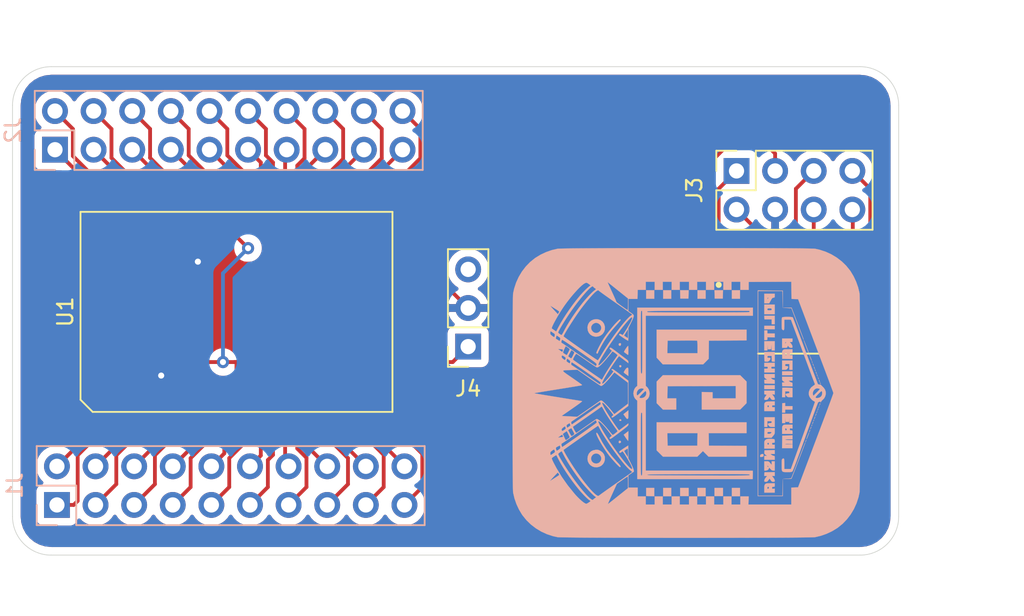
<source format=kicad_pcb>
(kicad_pcb (version 20171130) (host pcbnew "(5.1.8)-1")
  (layers (0 F.Cu signal) (31 B.Cu signal) (34 B.Paste user) (35 F.Paste user) (36 B.SilkS user) (37 F.SilkS user) (38 B.Mask user hide) (39 F.Mask user) (44 Edge.Cuts user))
  (net 0 "")
  (net 1 "Net-(J1-Pad20)")
  (net 2 "Net-(J1-Pad19)")
  (net 3 "Net-(J1-Pad18)")
  (net 4 "Net-(J1-Pad17)")
  (net 5 "Net-(J1-Pad16)")
  (net 6 "Net-(J1-Pad15)")
  (net 7 "Net-(J1-Pad14)")
  (net 8 "Net-(J1-Pad13)")
  (net 9 "Net-(J1-Pad12)")
  (net 10 "Net-(J1-Pad11)")
  (net 11 "Net-(J1-Pad10)")
  (net 12 "Net-(J1-Pad9)")
  (net 13 "Net-(J1-Pad8)")
  (net 14 "Net-(J1-Pad7)")
  (net 15 "Net-(J1-Pad6)")
  (net 16 "Net-(J1-Pad5)")
  (net 17 "Net-(J1-Pad4)")
  (net 18 "Net-(J1-Pad3)")
  (net 19 "Net-(J1-Pad2)")
  (net 20 "Net-(J1-Pad1)")
  (net 21 "Net-(J2-Pad20)")
  (net 22 "Net-(J2-Pad19)")
  (net 23 "Net-(J2-Pad18)")
  (net 24 "Net-(J2-Pad17)")
  (net 25 "Net-(J2-Pad16)")
  (net 26 "Net-(J2-Pad15)")
  (net 27 "Net-(J2-Pad14)")
  (net 28 "Net-(J2-Pad13)")
  (net 29 "Net-(J2-Pad12)")
  (net 30 "Net-(J2-Pad11)")
  (net 31 "Net-(J2-Pad10)")
  (net 32 "Net-(J2-Pad9)")
  (net 33 "Net-(J2-Pad8)")
  (net 34 "Net-(J2-Pad7)")
  (net 35 "Net-(J2-Pad6)")
  (net 36 "Net-(J2-Pad5)")
  (net 37 "Net-(J2-Pad4)")
  (net 38 "Net-(J2-Pad3)")
  (net 39 "Net-(J2-Pad2)")
  (net 40 "Net-(J2-Pad1)")
  (net 41 "Net-(J3-Pad8)")
  (net 42 "Net-(J3-Pad7)")
  (net 43 "Net-(J3-Pad6)")
  (net 44 "Net-(J3-Pad5)")
  (net 45 "Net-(J3-Pad3)")
  (net 46 "Net-(J3-Pad2)")
  (net 47 "Net-(J3-Pad1)")
  (net 48 "Net-(J4-Pad3)")
  (net 49 "Net-(J4-Pad1)")
  (net 50 GND)
  (module PGR_logo:logo (layer B.Cu) (at 232.41 121.412 270)
    (fp_text reference G*** hide)
    (fp_text value LOGO hide)
  )
  (module Connector_PinSocket_2.54mm:PinSocket_2x04_P2.54mm_Vertical (layer F.Cu) (at 235.712 106.807 90)
    (fp_text reference J3 (at -1.27 -2.77 90) (layer F.SilkS))
    (fp_text value Conn_02x04_Counter_Clockwise)
    (pad 8 thru_hole oval (at -2.54 7.62 90) (size 1.7 1.7) (drill 1) (layers *.Cu *.Mask) (net 41 "Net-(J3-Pad8)"))
    (pad 7 thru_hole oval (at 0 7.62 90) (size 1.7 1.7) (drill 1) (layers *.Cu *.Mask) (net 42 "Net-(J3-Pad7)"))
    (pad 6 thru_hole oval (at -2.54 5.08 90) (size 1.7 1.7) (drill 1) (layers *.Cu *.Mask) (net 43 "Net-(J3-Pad6)"))
    (pad 5 thru_hole oval (at 0 5.08 90) (size 1.7 1.7) (drill 1) (layers *.Cu *.Mask) (net 44 "Net-(J3-Pad5)"))
    (pad 4 thru_hole oval (at -2.54 2.54 90) (size 1.7 1.7) (drill 1) (layers *.Cu *.Mask) (net 50 GND))
    (pad 3 thru_hole oval (at 0 2.54 90) (size 1.7 1.7) (drill 1) (layers *.Cu *.Mask) (net 45 "Net-(J3-Pad3)"))
    (pad 2 thru_hole oval (at -2.54 0 90) (size 1.7 1.7) (drill 1) (layers *.Cu *.Mask) (net 46 "Net-(J3-Pad2)"))
    (pad 1 thru_hole rect (at 0 0 90) (size 1.7 1.7) (drill 1) (layers *.Cu *.Mask) (net 47 "Net-(J3-Pad1)"))
  )
  (module AS4C1M16S-6TCN:TSOP-II-50 (layer F.Cu) (at 202.819 116.078)
    (fp_text reference U1 (at -11.26 0 90) (layer F.SilkS))
    (fp_text value AS4C1M16S-6TCN)
    (pad 25 smd rect (at 9.6 5.68) (size 0.32 0.8) (layers F.Cu F.Paste F.Mask) (net 49 "Net-(J4-Pad1)"))
    (pad 26 smd rect (at 9.6 -5.68) (size 0.32 0.8) (layers F.Cu F.Paste F.Mask) (net 50 GND))
    (pad 24 smd rect (at 8.8 5.68) (size 0.32 0.8) (layers F.Cu F.Paste F.Mask) (net 2 "Net-(J1-Pad19)"))
    (pad 27 smd rect (at 8.8 -5.68) (size 0.32 0.8) (layers F.Cu F.Paste F.Mask) (net 21 "Net-(J2-Pad20)"))
    (pad 23 smd rect (at 8 5.68) (size 0.32 0.8) (layers F.Cu F.Paste F.Mask) (net 1 "Net-(J1-Pad20)"))
    (pad 28 smd rect (at 8 -5.68) (size 0.32 0.8) (layers F.Cu F.Paste F.Mask) (net 22 "Net-(J2-Pad19)"))
    (pad 22 smd rect (at 7.2 5.68) (size 0.32 0.8) (layers F.Cu F.Paste F.Mask) (net 4 "Net-(J1-Pad17)"))
    (pad 29 smd rect (at 7.2 -5.68) (size 0.32 0.8) (layers F.Cu F.Paste F.Mask) (net 23 "Net-(J2-Pad18)"))
    (pad 21 smd rect (at 6.4 5.68) (size 0.32 0.8) (layers F.Cu F.Paste F.Mask) (net 3 "Net-(J1-Pad18)"))
    (pad 30 smd rect (at 6.4 -5.68) (size 0.32 0.8) (layers F.Cu F.Paste F.Mask) (net 24 "Net-(J2-Pad17)"))
    (pad 20 smd rect (at 5.6 5.68) (size 0.32 0.8) (layers F.Cu F.Paste F.Mask) (net 6 "Net-(J1-Pad15)"))
    (pad 31 smd rect (at 5.6 -5.68) (size 0.32 0.8) (layers F.Cu F.Paste F.Mask) (net 25 "Net-(J2-Pad16)"))
    (pad 19 smd rect (at 4.8 5.68) (size 0.32 0.8) (layers F.Cu F.Paste F.Mask) (net 5 "Net-(J1-Pad16)"))
    (pad 32 smd rect (at 4.8 -5.68) (size 0.32 0.8) (layers F.Cu F.Paste F.Mask) (net 26 "Net-(J2-Pad15)"))
    (pad 18 smd rect (at 4 5.68) (size 0.32 0.8) (layers F.Cu F.Paste F.Mask) (net 8 "Net-(J1-Pad13)"))
    (pad 33 smd rect (at 4 -5.68) (size 0.32 0.8) (layers F.Cu F.Paste F.Mask) (net 27 "Net-(J2-Pad14)"))
    (pad 17 smd rect (at 3.2 5.68) (size 0.32 0.8) (layers F.Cu F.Paste F.Mask) (net 7 "Net-(J1-Pad14)"))
    (pad 34 smd rect (at 3.2 -5.68) (size 0.32 0.8) (layers F.Cu F.Paste F.Mask) (net 28 "Net-(J2-Pad13)"))
    (pad 16 smd rect (at 2.4 5.68) (size 0.32 0.8) (layers F.Cu F.Paste F.Mask) (net 10 "Net-(J1-Pad11)"))
    (pad 35 smd rect (at 2.4 -5.68) (size 0.32 0.8) (layers F.Cu F.Paste F.Mask) (net 29 "Net-(J2-Pad12)"))
    (pad 15 smd rect (at 1.6 5.68) (size 0.32 0.8) (layers F.Cu F.Paste F.Mask) (net 9 "Net-(J1-Pad12)"))
    (pad 36 smd rect (at 1.6 -5.68) (size 0.32 0.8) (layers F.Cu F.Paste F.Mask) (net 30 "Net-(J2-Pad11)"))
    (pad 14 smd rect (at 0.8 5.68) (size 0.32 0.8) (layers F.Cu F.Paste F.Mask) (net 12 "Net-(J1-Pad9)"))
    (pad 37 smd rect (at 0.8 -5.68) (size 0.32 0.8) (layers F.Cu F.Paste F.Mask) (net 31 "Net-(J2-Pad10)"))
    (pad 13 smd rect (at 0 5.68) (size 0.32 0.8) (layers F.Cu F.Paste F.Mask) (net 49 "Net-(J4-Pad1)"))
    (pad 38 smd rect (at 0 -5.68) (size 0.32 0.8) (layers F.Cu F.Paste F.Mask) (net 49 "Net-(J4-Pad1)"))
    (pad 12 smd rect (at -0.8 5.68) (size 0.32 0.8) (layers F.Cu F.Paste F.Mask) (net 11 "Net-(J1-Pad10)"))
    (pad 39 smd rect (at -0.8 -5.68) (size 0.32 0.8) (layers F.Cu F.Paste F.Mask) (net 32 "Net-(J2-Pad9)"))
    (pad 11 smd rect (at -1.6 5.68) (size 0.32 0.8) (layers F.Cu F.Paste F.Mask) (net 14 "Net-(J1-Pad7)"))
    (pad 40 smd rect (at -1.6 -5.68) (size 0.32 0.8) (layers F.Cu F.Paste F.Mask) (net 33 "Net-(J2-Pad8)"))
    (pad 10 smd rect (at -2.4 5.68) (size 0.32 0.8) (layers F.Cu F.Paste F.Mask) (net 50 GND))
    (pad 41 smd rect (at -2.4 -5.68) (size 0.32 0.8) (layers F.Cu F.Paste F.Mask) (net 50 GND))
    (pad 9 smd rect (at -3.2 5.68) (size 0.32 0.8) (layers F.Cu F.Paste F.Mask) (net 13 "Net-(J1-Pad8)"))
    (pad 42 smd rect (at -3.2 -5.68) (size 0.32 0.8) (layers F.Cu F.Paste F.Mask) (net 34 "Net-(J2-Pad7)"))
    (pad 8 smd rect (at -4 5.68) (size 0.32 0.8) (layers F.Cu F.Paste F.Mask) (net 16 "Net-(J1-Pad5)"))
    (pad 43 smd rect (at -4 -5.68) (size 0.32 0.8) (layers F.Cu F.Paste F.Mask) (net 35 "Net-(J2-Pad6)"))
    (pad 7 smd rect (at -4.8 5.68) (size 0.32 0.8) (layers F.Cu F.Paste F.Mask) (net 15 "Net-(J1-Pad6)"))
    (pad 44 smd rect (at -4.8 -5.68) (size 0.32 0.8) (layers F.Cu F.Paste F.Mask) (net 36 "Net-(J2-Pad5)"))
    (pad 6 smd rect (at -5.6 5.68) (size 0.32 0.8) (layers F.Cu F.Paste F.Mask) (net 18 "Net-(J1-Pad3)"))
    (pad 45 smd rect (at -5.6 -5.68) (size 0.32 0.8) (layers F.Cu F.Paste F.Mask) (net 37 "Net-(J2-Pad4)"))
    (pad 5 smd rect (at -6.4 5.68) (size 0.32 0.8) (layers F.Cu F.Paste F.Mask) (net 17 "Net-(J1-Pad4)"))
    (pad 46 smd rect (at -6.4 -5.68) (size 0.32 0.8) (layers F.Cu F.Paste F.Mask) (net 38 "Net-(J2-Pad3)"))
    (pad 4 smd rect (at -7.2 5.68) (size 0.32 0.8) (layers F.Cu F.Paste F.Mask) (net 50 GND))
    (pad 47 smd rect (at -7.2 -5.68) (size 0.32 0.8) (layers F.Cu F.Paste F.Mask) (net 50 GND))
    (pad 3 smd rect (at -8 5.68) (size 0.32 0.8) (layers F.Cu F.Paste F.Mask) (net 20 "Net-(J1-Pad1)"))
    (pad 48 smd rect (at -8 -5.68) (size 0.32 0.8) (layers F.Cu F.Paste F.Mask) (net 39 "Net-(J2-Pad2)"))
    (pad 2 smd rect (at -8.8 5.68) (size 0.32 0.8) (layers F.Cu F.Paste F.Mask) (net 19 "Net-(J1-Pad2)"))
    (pad 49 smd rect (at -8.8 -5.68) (size 0.32 0.8) (layers F.Cu F.Paste F.Mask) (net 40 "Net-(J2-Pad1)"))
    (pad 1 smd rect (at -9.6 5.68) (size 0.32 0.8) (layers F.Cu F.Paste F.Mask) (net 49 "Net-(J4-Pad1)"))
    (pad 50 smd rect (at -9.6 -5.68) (size 0.32 0.8) (layers F.Cu F.Paste F.Mask) (net 50 GND))
  )
  (module Connector_PinSocket_2.54mm:PinSocket_1x03_P2.54mm_Vertical (layer F.Cu) (at 218.059 118.364 180)
    (fp_text reference J4 (at 0 -2.77) (layer F.SilkS))
    (fp_text value Conn_01x03_Male)
    (pad 3 thru_hole oval (at 0 5.08 180) (size 1.7 1.7) (drill 1) (layers *.Cu *.Mask) (net 48 "Net-(J4-Pad3)"))
    (pad 2 thru_hole oval (at 0 2.54 180) (size 1.7 1.7) (drill 1) (layers *.Cu *.Mask) (net 50 GND))
    (pad 1 thru_hole rect (at 0 0 180) (size 1.7 1.7) (drill 1) (layers *.Cu *.Mask) (net 49 "Net-(J4-Pad1)"))
  )
  (module Connector_PinSocket_2.54mm:PinSocket_2x10_P2.54mm_Vertical (layer B.Cu) (at 190.881 105.41 270)
    (fp_text reference J2 (at -1.27 2.77 270) (layer B.SilkS) (effects (justify mirror)))
    (fp_text value Conn_02x10_Odd_Even)
    (pad 20 thru_hole oval (at -2.54 -22.86 270) (size 1.7 1.7) (drill 1) (layers *.Cu *.Mask) (net 21 "Net-(J2-Pad20)"))
    (pad 19 thru_hole oval (at 0 -22.86 270) (size 1.7 1.7) (drill 1) (layers *.Cu *.Mask) (net 22 "Net-(J2-Pad19)"))
    (pad 18 thru_hole oval (at -2.54 -20.32 270) (size 1.7 1.7) (drill 1) (layers *.Cu *.Mask) (net 23 "Net-(J2-Pad18)"))
    (pad 17 thru_hole oval (at 0 -20.32 270) (size 1.7 1.7) (drill 1) (layers *.Cu *.Mask) (net 24 "Net-(J2-Pad17)"))
    (pad 16 thru_hole oval (at -2.54 -17.78 270) (size 1.7 1.7) (drill 1) (layers *.Cu *.Mask) (net 25 "Net-(J2-Pad16)"))
    (pad 15 thru_hole oval (at 0 -17.78 270) (size 1.7 1.7) (drill 1) (layers *.Cu *.Mask) (net 26 "Net-(J2-Pad15)"))
    (pad 14 thru_hole oval (at -2.54 -15.24 270) (size 1.7 1.7) (drill 1) (layers *.Cu *.Mask) (net 27 "Net-(J2-Pad14)"))
    (pad 13 thru_hole oval (at 0 -15.24 270) (size 1.7 1.7) (drill 1) (layers *.Cu *.Mask) (net 28 "Net-(J2-Pad13)"))
    (pad 12 thru_hole oval (at -2.54 -12.7 270) (size 1.7 1.7) (drill 1) (layers *.Cu *.Mask) (net 29 "Net-(J2-Pad12)"))
    (pad 11 thru_hole oval (at 0 -12.7 270) (size 1.7 1.7) (drill 1) (layers *.Cu *.Mask) (net 30 "Net-(J2-Pad11)"))
    (pad 10 thru_hole oval (at -2.54 -10.16 270) (size 1.7 1.7) (drill 1) (layers *.Cu *.Mask) (net 31 "Net-(J2-Pad10)"))
    (pad 9 thru_hole oval (at 0 -10.16 270) (size 1.7 1.7) (drill 1) (layers *.Cu *.Mask) (net 32 "Net-(J2-Pad9)"))
    (pad 8 thru_hole oval (at -2.54 -7.62 270) (size 1.7 1.7) (drill 1) (layers *.Cu *.Mask) (net 33 "Net-(J2-Pad8)"))
    (pad 7 thru_hole oval (at 0 -7.62 270) (size 1.7 1.7) (drill 1) (layers *.Cu *.Mask) (net 34 "Net-(J2-Pad7)"))
    (pad 6 thru_hole oval (at -2.54 -5.08 270) (size 1.7 1.7) (drill 1) (layers *.Cu *.Mask) (net 35 "Net-(J2-Pad6)"))
    (pad 5 thru_hole oval (at 0 -5.08 270) (size 1.7 1.7) (drill 1) (layers *.Cu *.Mask) (net 36 "Net-(J2-Pad5)"))
    (pad 4 thru_hole oval (at -2.54 -2.54 270) (size 1.7 1.7) (drill 1) (layers *.Cu *.Mask) (net 37 "Net-(J2-Pad4)"))
    (pad 3 thru_hole oval (at 0 -2.54 270) (size 1.7 1.7) (drill 1) (layers *.Cu *.Mask) (net 38 "Net-(J2-Pad3)"))
    (pad 2 thru_hole oval (at -2.54 0 270) (size 1.7 1.7) (drill 1) (layers *.Cu *.Mask) (net 39 "Net-(J2-Pad2)"))
    (pad 1 thru_hole rect (at 0 0 270) (size 1.7 1.7) (drill 1) (layers *.Cu *.Mask) (net 40 "Net-(J2-Pad1)"))
  )
  (module Connector_PinSocket_2.54mm:PinSocket_2x10_P2.54mm_Vertical (layer B.Cu) (at 191.008 128.778 270)
    (fp_text reference J1 (at -1.27 2.77 270) (layer B.SilkS) (effects (justify mirror)))
    (fp_text value Conn_02x10_Odd_Even)
    (pad 20 thru_hole oval (at -2.54 -22.86 270) (size 1.7 1.7) (drill 1) (layers *.Cu *.Mask) (net 1 "Net-(J1-Pad20)"))
    (pad 19 thru_hole oval (at 0 -22.86 270) (size 1.7 1.7) (drill 1) (layers *.Cu *.Mask) (net 2 "Net-(J1-Pad19)"))
    (pad 18 thru_hole oval (at -2.54 -20.32 270) (size 1.7 1.7) (drill 1) (layers *.Cu *.Mask) (net 3 "Net-(J1-Pad18)"))
    (pad 17 thru_hole oval (at 0 -20.32 270) (size 1.7 1.7) (drill 1) (layers *.Cu *.Mask) (net 4 "Net-(J1-Pad17)"))
    (pad 16 thru_hole oval (at -2.54 -17.78 270) (size 1.7 1.7) (drill 1) (layers *.Cu *.Mask) (net 5 "Net-(J1-Pad16)"))
    (pad 15 thru_hole oval (at 0 -17.78 270) (size 1.7 1.7) (drill 1) (layers *.Cu *.Mask) (net 6 "Net-(J1-Pad15)"))
    (pad 14 thru_hole oval (at -2.54 -15.24 270) (size 1.7 1.7) (drill 1) (layers *.Cu *.Mask) (net 7 "Net-(J1-Pad14)"))
    (pad 13 thru_hole oval (at 0 -15.24 270) (size 1.7 1.7) (drill 1) (layers *.Cu *.Mask) (net 8 "Net-(J1-Pad13)"))
    (pad 12 thru_hole oval (at -2.54 -12.7 270) (size 1.7 1.7) (drill 1) (layers *.Cu *.Mask) (net 9 "Net-(J1-Pad12)"))
    (pad 11 thru_hole oval (at 0 -12.7 270) (size 1.7 1.7) (drill 1) (layers *.Cu *.Mask) (net 10 "Net-(J1-Pad11)"))
    (pad 10 thru_hole oval (at -2.54 -10.16 270) (size 1.7 1.7) (drill 1) (layers *.Cu *.Mask) (net 11 "Net-(J1-Pad10)"))
    (pad 9 thru_hole oval (at 0 -10.16 270) (size 1.7 1.7) (drill 1) (layers *.Cu *.Mask) (net 12 "Net-(J1-Pad9)"))
    (pad 8 thru_hole oval (at -2.54 -7.62 270) (size 1.7 1.7) (drill 1) (layers *.Cu *.Mask) (net 13 "Net-(J1-Pad8)"))
    (pad 7 thru_hole oval (at 0 -7.62 270) (size 1.7 1.7) (drill 1) (layers *.Cu *.Mask) (net 14 "Net-(J1-Pad7)"))
    (pad 6 thru_hole oval (at -2.54 -5.08 270) (size 1.7 1.7) (drill 1) (layers *.Cu *.Mask) (net 15 "Net-(J1-Pad6)"))
    (pad 5 thru_hole oval (at 0 -5.08 270) (size 1.7 1.7) (drill 1) (layers *.Cu *.Mask) (net 16 "Net-(J1-Pad5)"))
    (pad 4 thru_hole oval (at -2.54 -2.54 270) (size 1.7 1.7) (drill 1) (layers *.Cu *.Mask) (net 17 "Net-(J1-Pad4)"))
    (pad 3 thru_hole oval (at 0 -2.54 270) (size 1.7 1.7) (drill 1) (layers *.Cu *.Mask) (net 18 "Net-(J1-Pad3)"))
    (pad 2 thru_hole oval (at -2.54 0 270) (size 1.7 1.7) (drill 1) (layers *.Cu *.Mask) (net 19 "Net-(J1-Pad2)"))
    (pad 1 thru_hole rect (at 0 0 270) (size 1.7 1.7) (drill 1) (layers *.Cu *.Mask) (net 20 "Net-(J1-Pad1)"))
  )
  (module AT25SF128A:SOIC127P790X216-8N (layer F.Cu) (at 239.776 116.205)
    (fp_text reference U2 (at -1.175 -3.585) (layer F.SilkS))
    (fp_text value AT25SF128A-SHB-T)
    (pad 8 smd roundrect (at 3.585 -1.905) (size 1.65 0.58) (layers F.Cu F.Paste F.Mask) (roundrect_rratio 0.07000000000000001) (net 41 "Net-(J3-Pad8)"))
    (pad 7 smd roundrect (at 3.585 -0.635) (size 1.65 0.58) (layers F.Cu F.Paste F.Mask) (roundrect_rratio 0.07000000000000001) (net 42 "Net-(J3-Pad7)"))
    (pad 6 smd roundrect (at 3.585 0.635) (size 1.65 0.58) (layers F.Cu F.Paste F.Mask) (roundrect_rratio 0.07000000000000001) (net 43 "Net-(J3-Pad6)"))
    (pad 5 smd roundrect (at 3.585 1.905) (size 1.65 0.58) (layers F.Cu F.Paste F.Mask) (roundrect_rratio 0.07000000000000001) (net 44 "Net-(J3-Pad5)"))
    (pad 4 smd roundrect (at -3.585 1.905) (size 1.65 0.58) (layers F.Cu F.Paste F.Mask) (roundrect_rratio 0.07000000000000001) (net 50 GND))
    (pad 3 smd roundrect (at -3.585 0.635) (size 1.65 0.58) (layers F.Cu F.Paste F.Mask) (roundrect_rratio 0.07000000000000001) (net 45 "Net-(J3-Pad3)"))
    (pad 2 smd roundrect (at -3.585 -0.635) (size 1.65 0.58) (layers F.Cu F.Paste F.Mask) (roundrect_rratio 0.07000000000000001) (net 46 "Net-(J3-Pad2)"))
    (pad 1 smd roundrect (at -3.585 -1.905) (size 1.65 0.58) (layers F.Cu F.Paste F.Mask) (roundrect_rratio 0.07000000000000001) (net 47 "Net-(J3-Pad1)"))
  )
  (gr_arc (start 190.627 129.54) (end 188.087 129.54) (angle -90) (layer Edge.Cuts) (width 0.05))
  (gr_arc (start 190.627 102.489) (end 190.627 99.949) (angle -90) (layer Edge.Cuts) (width 0.05))
  (gr_arc (start 243.84 129.54) (end 243.84 132.08) (angle -90) (layer Edge.Cuts) (width 0.05))
  (gr_arc (start 243.84 102.489) (end 246.38 102.489) (angle -90) (layer Edge.Cuts) (width 0.05))
  (gr_line (start 188.087 102.489) (end 188.087 129.54) (layer Edge.Cuts) (width 0.05))
  (gr_line (start 190.627 99.949) (end 243.84 99.949) (layer Edge.Cuts) (width 0.05))
  (gr_line (start 246.38 129.54) (end 246.38 102.489) (layer Edge.Cuts) (width 0.05))
  (gr_line (start 190.627 132.08) (end 243.84 132.08) (layer Edge.Cuts) (width 0.05))
  (segment (start 213.868 126.21259) (end 213.868 126.238) (width 0.25) (layer F.Cu) (net 1))
  (segment (start 210.819 123.16359) (end 213.868 126.21259) (width 0.25) (layer F.Cu) (net 1))
  (segment (start 210.819 121.758) (end 210.819 123.16359) (width 0.25) (layer F.Cu) (net 1))
  (segment (start 215.043001 127.602999) (end 213.868 128.778) (width 0.25) (layer F.Cu) (net 2))
  (segment (start 215.043001 125.422001) (end 215.043001 127.602999) (width 0.25) (layer F.Cu) (net 2))
  (segment (start 211.619 121.998) (end 215.043001 125.422001) (width 0.25) (layer F.Cu) (net 2))
  (segment (start 211.619 121.758) (end 211.619 121.998) (width 0.25) (layer F.Cu) (net 2))
  (segment (start 211.328 126.23659) (end 211.328 126.238) (width 0.25) (layer F.Cu) (net 3))
  (segment (start 209.219 124.12759) (end 211.328 126.23659) (width 0.25) (layer F.Cu) (net 3))
  (segment (start 209.219 121.758) (end 209.219 124.12759) (width 0.25) (layer F.Cu) (net 3))
  (segment (start 212.503001 127.602999) (end 211.328 128.778) (width 0.25) (layer F.Cu) (net 4))
  (segment (start 212.503001 125.484001) (end 212.503001 127.602999) (width 0.25) (layer F.Cu) (net 4))
  (segment (start 210.019 123) (end 212.503001 125.484001) (width 0.25) (layer F.Cu) (net 4))
  (segment (start 210.019 121.758) (end 210.019 123) (width 0.25) (layer F.Cu) (net 4))
  (segment (start 207.619 125.069) (end 208.788 126.238) (width 0.25) (layer F.Cu) (net 5))
  (segment (start 207.619 121.758) (end 207.619 125.069) (width 0.25) (layer F.Cu) (net 5))
  (segment (start 210.152999 127.413001) (end 208.788 128.778) (width 0.25) (layer F.Cu) (net 6))
  (segment (start 210.152999 125.697999) (end 210.152999 127.413001) (width 0.25) (layer F.Cu) (net 6))
  (segment (start 208.419 123.964) (end 210.152999 125.697999) (width 0.25) (layer F.Cu) (net 6))
  (segment (start 208.419 121.758) (end 208.419 123.964) (width 0.25) (layer F.Cu) (net 6))
  (segment (start 206.019 126.009) (end 206.248 126.238) (width 0.25) (layer F.Cu) (net 7))
  (segment (start 206.019 121.758) (end 206.019 126.009) (width 0.25) (layer F.Cu) (net 7))
  (segment (start 207.423001 127.602999) (end 206.248 128.778) (width 0.25) (layer F.Cu) (net 8))
  (segment (start 207.423001 125.673999) (end 207.423001 127.602999) (width 0.25) (layer F.Cu) (net 8))
  (segment (start 206.819 125.069998) (end 207.423001 125.673999) (width 0.25) (layer F.Cu) (net 8))
  (segment (start 206.819 121.758) (end 206.819 125.069998) (width 0.25) (layer F.Cu) (net 8))
  (segment (start 204.419 125.527) (end 204.419 121.758) (width 0.25) (layer F.Cu) (net 9))
  (segment (start 203.708 126.238) (end 204.419 125.527) (width 0.25) (layer F.Cu) (net 9))
  (segment (start 204.883001 127.602999) (end 203.708 128.778) (width 0.25) (layer F.Cu) (net 10))
  (segment (start 204.883001 125.824999) (end 204.883001 127.602999) (width 0.25) (layer F.Cu) (net 10))
  (segment (start 205.219 125.489) (end 204.883001 125.824999) (width 0.25) (layer F.Cu) (net 10))
  (segment (start 205.219 121.758) (end 205.219 125.489) (width 0.25) (layer F.Cu) (net 10))
  (segment (start 202.019 125.387) (end 202.019 121.758) (width 0.25) (layer F.Cu) (net 11))
  (segment (start 201.168 126.238) (end 202.019 125.387) (width 0.25) (layer F.Cu) (net 11))
  (segment (start 202.343001 127.602999) (end 201.168 128.778) (width 0.25) (layer F.Cu) (net 12))
  (segment (start 202.343001 125.699409) (end 202.343001 127.602999) (width 0.25) (layer F.Cu) (net 12))
  (segment (start 203.619 124.42341) (end 202.343001 125.699409) (width 0.25) (layer F.Cu) (net 12))
  (segment (start 203.619 121.758) (end 203.619 124.42341) (width 0.25) (layer F.Cu) (net 12))
  (segment (start 199.619 125.247) (end 199.619 121.758) (width 0.25) (layer F.Cu) (net 13))
  (segment (start 198.628 126.238) (end 199.619 125.247) (width 0.25) (layer F.Cu) (net 13))
  (segment (start 199.803001 127.602999) (end 199.803001 125.699409) (width 0.25) (layer F.Cu) (net 14))
  (segment (start 201.219 124.28341) (end 201.219 121.758) (width 0.25) (layer F.Cu) (net 14))
  (segment (start 199.803001 125.699409) (end 201.219 124.28341) (width 0.25) (layer F.Cu) (net 14))
  (segment (start 198.628 128.778) (end 199.803001 127.602999) (width 0.25) (layer F.Cu) (net 14))
  (segment (start 198.019 124.307) (end 196.088 126.238) (width 0.25) (layer F.Cu) (net 15))
  (segment (start 198.019 121.758) (end 198.019 124.307) (width 0.25) (layer F.Cu) (net 15))
  (segment (start 198.819 124.14341) (end 198.819 121.758) (width 0.25) (layer F.Cu) (net 16))
  (segment (start 197.452999 125.509411) (end 198.819 124.14341) (width 0.25) (layer F.Cu) (net 16))
  (segment (start 197.452999 127.413001) (end 197.452999 125.509411) (width 0.25) (layer F.Cu) (net 16))
  (segment (start 196.088 128.778) (end 197.452999 127.413001) (width 0.25) (layer F.Cu) (net 16))
  (segment (start 196.419 123.367) (end 196.419 121.758) (width 0.25) (layer F.Cu) (net 17))
  (segment (start 193.548 126.238) (end 196.419 123.367) (width 0.25) (layer F.Cu) (net 17))
  (segment (start 197.219 123.20341) (end 197.219 121.758) (width 0.25) (layer F.Cu) (net 18))
  (segment (start 194.912999 125.509411) (end 197.219 123.20341) (width 0.25) (layer F.Cu) (net 18))
  (segment (start 194.912999 127.413001) (end 194.912999 125.509411) (width 0.25) (layer F.Cu) (net 18))
  (segment (start 193.548 128.778) (end 194.912999 127.413001) (width 0.25) (layer F.Cu) (net 18))
  (segment (start 194.019 123.227) (end 191.008 126.238) (width 0.25) (layer F.Cu) (net 19))
  (segment (start 194.019 121.758) (end 194.019 123.227) (width 0.25) (layer F.Cu) (net 19))
  (segment (start 194.819 123.06341) (end 194.819 121.758) (width 0.25) (layer F.Cu) (net 20))
  (segment (start 192.372999 128.513001) (end 192.372999 125.509411) (width 0.25) (layer F.Cu) (net 20))
  (segment (start 192.372999 125.509411) (end 194.819 123.06341) (width 0.25) (layer F.Cu) (net 20))
  (segment (start 192.108 128.778) (end 192.372999 128.513001) (width 0.25) (layer F.Cu) (net 20))
  (segment (start 191.008 128.778) (end 192.108 128.778) (width 0.25) (layer F.Cu) (net 20))
  (segment (start 214.916001 104.045001) (end 213.741 102.87) (width 0.25) (layer F.Cu) (net 21))
  (segment (start 214.916001 105.974001) (end 214.916001 104.045001) (width 0.25) (layer F.Cu) (net 21))
  (segment (start 211.619 109.271002) (end 214.916001 105.974001) (width 0.25) (layer F.Cu) (net 21))
  (segment (start 211.619 110.398) (end 211.619 109.271002) (width 0.25) (layer F.Cu) (net 21))
  (segment (start 210.819 108.332) (end 210.819 110.398) (width 0.25) (layer F.Cu) (net 22))
  (segment (start 213.741 105.41) (end 210.819 108.332) (width 0.25) (layer F.Cu) (net 22))
  (segment (start 212.376001 104.045001) (end 211.201 102.87) (width 0.25) (layer F.Cu) (net 23))
  (segment (start 212.376001 105.974001) (end 212.376001 104.045001) (width 0.25) (layer F.Cu) (net 23))
  (segment (start 210.019 108.331002) (end 212.376001 105.974001) (width 0.25) (layer F.Cu) (net 23))
  (segment (start 210.019 110.398) (end 210.019 108.331002) (width 0.25) (layer F.Cu) (net 23))
  (segment (start 209.219 107.392) (end 209.219 110.398) (width 0.25) (layer F.Cu) (net 24))
  (segment (start 211.201 105.41) (end 209.219 107.392) (width 0.25) (layer F.Cu) (net 24))
  (segment (start 209.836001 104.045001) (end 208.661 102.87) (width 0.25) (layer F.Cu) (net 25))
  (segment (start 209.836001 106.012999) (end 209.836001 104.045001) (width 0.25) (layer F.Cu) (net 25))
  (segment (start 208.419 107.43) (end 209.836001 106.012999) (width 0.25) (layer F.Cu) (net 25))
  (segment (start 208.419 110.398) (end 208.419 107.43) (width 0.25) (layer F.Cu) (net 25))
  (segment (start 207.619 106.452) (end 208.661 105.41) (width 0.25) (layer F.Cu) (net 26))
  (segment (start 207.619 110.398) (end 207.619 106.452) (width 0.25) (layer F.Cu) (net 26))
  (segment (start 207.296001 104.045001) (end 206.121 102.87) (width 0.25) (layer F.Cu) (net 27))
  (segment (start 207.296001 105.974001) (end 207.296001 104.045001) (width 0.25) (layer F.Cu) (net 27))
  (segment (start 206.819 106.451002) (end 207.296001 105.974001) (width 0.25) (layer F.Cu) (net 27))
  (segment (start 206.819 110.398) (end 206.819 106.451002) (width 0.25) (layer F.Cu) (net 27))
  (segment (start 206.019 105.512) (end 206.121 105.41) (width 0.25) (layer F.Cu) (net 28))
  (segment (start 206.019 110.398) (end 206.019 105.512) (width 0.25) (layer F.Cu) (net 28))
  (segment (start 204.756001 104.045001) (end 203.581 102.87) (width 0.25) (layer F.Cu) (net 29))
  (segment (start 204.756001 105.784003) (end 204.756001 104.045001) (width 0.25) (layer F.Cu) (net 29))
  (segment (start 205.219 106.247002) (end 204.756001 105.784003) (width 0.25) (layer F.Cu) (net 29))
  (segment (start 205.219 110.398) (end 205.219 106.247002) (width 0.25) (layer F.Cu) (net 29))
  (segment (start 204.419 106.248) (end 204.419 110.398) (width 0.25) (layer F.Cu) (net 30))
  (segment (start 203.581 105.41) (end 204.419 106.248) (width 0.25) (layer F.Cu) (net 30))
  (segment (start 202.216001 104.045001) (end 201.041 102.87) (width 0.25) (layer F.Cu) (net 31))
  (segment (start 202.216001 105.784003) (end 202.216001 104.045001) (width 0.25) (layer F.Cu) (net 31))
  (segment (start 203.619 107.187002) (end 202.216001 105.784003) (width 0.25) (layer F.Cu) (net 31))
  (segment (start 203.619 110.398) (end 203.619 107.187002) (width 0.25) (layer F.Cu) (net 31))
  (segment (start 202.019 106.388) (end 201.041 105.41) (width 0.25) (layer F.Cu) (net 32))
  (segment (start 202.019 110.398) (end 202.019 106.388) (width 0.25) (layer F.Cu) (net 32))
  (segment (start 199.676001 104.045001) (end 198.501 102.87) (width 0.25) (layer F.Cu) (net 33))
  (segment (start 199.676001 105.784003) (end 199.676001 104.045001) (width 0.25) (layer F.Cu) (net 33))
  (segment (start 201.219 107.327002) (end 199.676001 105.784003) (width 0.25) (layer F.Cu) (net 33))
  (segment (start 201.219 110.398) (end 201.219 107.327002) (width 0.25) (layer F.Cu) (net 33))
  (segment (start 199.619 106.528) (end 198.501 105.41) (width 0.25) (layer F.Cu) (net 34))
  (segment (start 199.619 110.398) (end 199.619 106.528) (width 0.25) (layer F.Cu) (net 34))
  (segment (start 197.136001 104.045001) (end 195.961 102.87) (width 0.25) (layer F.Cu) (net 35))
  (segment (start 197.136001 105.948591) (end 197.136001 104.045001) (width 0.25) (layer F.Cu) (net 35))
  (segment (start 198.819 107.63159) (end 197.136001 105.948591) (width 0.25) (layer F.Cu) (net 35))
  (segment (start 198.819 110.398) (end 198.819 107.63159) (width 0.25) (layer F.Cu) (net 35))
  (segment (start 198.019 107.468) (end 195.961 105.41) (width 0.25) (layer F.Cu) (net 36))
  (segment (start 198.019 110.398) (end 198.019 107.468) (width 0.25) (layer F.Cu) (net 36))
  (segment (start 194.596001 104.045001) (end 193.421 102.87) (width 0.25) (layer F.Cu) (net 37))
  (segment (start 194.596001 105.948591) (end 194.596001 104.045001) (width 0.25) (layer F.Cu) (net 37))
  (segment (start 197.219 108.57159) (end 194.596001 105.948591) (width 0.25) (layer F.Cu) (net 37))
  (segment (start 197.219 110.398) (end 197.219 108.57159) (width 0.25) (layer F.Cu) (net 37))
  (segment (start 196.419 108.408) (end 196.419 110.398) (width 0.25) (layer F.Cu) (net 38))
  (segment (start 193.421 105.41) (end 196.419 108.408) (width 0.25) (layer F.Cu) (net 38))
  (segment (start 194.819 109.91159) (end 194.819 110.398) (width 0.25) (layer F.Cu) (net 39))
  (segment (start 192.056001 104.045001) (end 190.881 102.87) (width 0.25) (layer F.Cu) (net 39))
  (segment (start 192.056001 105.823001) (end 192.056001 104.045001) (width 0.25) (layer F.Cu) (net 39))
  (segment (start 194.819 108.586) (end 192.056001 105.823001) (width 0.25) (layer F.Cu) (net 39))
  (segment (start 194.819 110.398) (end 194.819 108.586) (width 0.25) (layer F.Cu) (net 39))
  (segment (start 194.019 110.398) (end 194.019 109.748) (width 0.25) (layer F.Cu) (net 40))
  (segment (start 194.019 108.548) (end 190.881 105.41) (width 0.25) (layer F.Cu) (net 40))
  (segment (start 194.019 110.398) (end 194.019 108.548) (width 0.25) (layer F.Cu) (net 40))
  (segment (start 243.361 109.376) (end 243.332 109.347) (width 0.25) (layer F.Cu) (net 41))
  (segment (start 243.361 114.3) (end 243.361 109.376) (width 0.25) (layer F.Cu) (net 41))
  (segment (start 244.51101 107.98601) (end 243.332 106.807) (width 0.25) (layer F.Cu) (net 42))
  (segment (start 244.51101 115.24499) (end 244.51101 107.98601) (width 0.25) (layer F.Cu) (net 42))
  (segment (start 244.186 115.57) (end 244.51101 115.24499) (width 0.25) (layer F.Cu) (net 42))
  (segment (start 243.361 115.57) (end 244.186 115.57) (width 0.25) (layer F.Cu) (net 42))
  (segment (start 242.536 116.84) (end 240.792 115.096) (width 0.25) (layer F.Cu) (net 43))
  (segment (start 240.792 115.096) (end 240.792 109.347) (width 0.25) (layer F.Cu) (net 43))
  (segment (start 243.361 116.84) (end 242.536 116.84) (width 0.25) (layer F.Cu) (net 43))
  (segment (start 239.616999 107.982001) (end 240.792 106.807) (width 0.25) (layer F.Cu) (net 44))
  (segment (start 239.616999 115.190999) (end 239.616999 107.982001) (width 0.25) (layer F.Cu) (net 44))
  (segment (start 242.536 118.11) (end 239.616999 115.190999) (width 0.25) (layer F.Cu) (net 44))
  (segment (start 243.361 118.11) (end 242.536 118.11) (width 0.25) (layer F.Cu) (net 44))
  (segment (start 238.252 116.874) (end 238.252 109.347) (width 0.25) (layer F.Cu) (net 50))
  (segment (start 237.016 118.11) (end 238.252 116.874) (width 0.25) (layer F.Cu) (net 50))
  (segment (start 236.191 118.11) (end 237.016 118.11) (width 0.25) (layer F.Cu) (net 50))
  (segment (start 235.366 116.84) (end 236.191 116.84) (width 0.25) (layer F.Cu) (net 45))
  (segment (start 233.68 115.154) (end 235.366 116.84) (width 0.25) (layer F.Cu) (net 45))
  (segment (start 235.204998 105.029) (end 233.68 106.553998) (width 0.25) (layer F.Cu) (net 45))
  (segment (start 237.617 105.029) (end 235.204998 105.029) (width 0.25) (layer F.Cu) (net 45))
  (segment (start 233.68 106.553998) (end 233.68 115.154) (width 0.25) (layer F.Cu) (net 45))
  (segment (start 238.252 105.664) (end 237.617 105.029) (width 0.25) (layer F.Cu) (net 45))
  (segment (start 238.252 106.807) (end 238.252 105.664) (width 0.25) (layer F.Cu) (net 45))
  (segment (start 237.34101 110.97601) (end 235.712 109.347) (width 0.25) (layer F.Cu) (net 46))
  (segment (start 237.34101 115.24499) (end 237.34101 110.97601) (width 0.25) (layer F.Cu) (net 46))
  (segment (start 237.016 115.57) (end 237.34101 115.24499) (width 0.25) (layer F.Cu) (net 46))
  (segment (start 236.191 115.57) (end 237.016 115.57) (width 0.25) (layer F.Cu) (net 46))
  (segment (start 234.536999 107.982001) (end 235.712 106.807) (width 0.25) (layer F.Cu) (net 47))
  (segment (start 234.536999 112.645999) (end 234.536999 107.982001) (width 0.25) (layer F.Cu) (net 47))
  (segment (start 236.191 114.3) (end 234.536999 112.645999) (width 0.25) (layer F.Cu) (net 47))
  (segment (start 193.219 110.398) (end 193.219 111.048) (width 0.25) (layer F.Cu) (net 50))
  (segment (start 195.619 111.048) (end 195.619 110.398) (width 0.25) (layer F.Cu) (net 50))
  (segment (start 195.619 111.048) (end 195.95 111.379) (width 0.25) (layer F.Cu) (net 50))
  (segment (start 200.419 111.048) (end 200.419 110.398) (width 0.25) (layer F.Cu) (net 50))
  (segment (start 200.088 111.379) (end 200.419 111.048) (width 0.25) (layer F.Cu) (net 50))
  (segment (start 195.95 111.379) (end 200.088 111.379) (width 0.25) (layer F.Cu) (net 50))
  (segment (start 195.619 111.048) (end 195.619 111.086) (width 0.25) (layer F.Cu) (net 50))
  (segment (start 195.619 111.086) (end 195.326 111.379) (width 0.25) (layer F.Cu) (net 50))
  (segment (start 193.55 111.379) (end 193.219 111.048) (width 0.25) (layer F.Cu) (net 50))
  (segment (start 195.326 111.379) (end 193.55 111.379) (width 0.25) (layer F.Cu) (net 50))
  (segment (start 195.619 121.108) (end 195.95 120.777) (width 0.25) (layer F.Cu) (net 50))
  (segment (start 195.619 121.758) (end 195.619 121.108) (width 0.25) (layer F.Cu) (net 50))
  (segment (start 200.419 121.108) (end 200.419 121.758) (width 0.25) (layer F.Cu) (net 50))
  (segment (start 200.088 120.777) (end 200.419 121.108) (width 0.25) (layer F.Cu) (net 50))
  (via (at 197.866 120.269) (size 0.8) (drill 0.4) (layers F.Cu B.Cu) (net 50))
  (segment (start 197.866 120.777) (end 197.866 120.269) (width 0.25) (layer F.Cu) (net 50))
  (segment (start 195.95 120.777) (end 197.866 120.777) (width 0.25) (layer F.Cu) (net 50))
  (segment (start 197.866 120.777) (end 200.088 120.777) (width 0.25) (layer F.Cu) (net 50))
  (via (at 200.279 112.776) (size 0.8) (drill 0.4) (layers F.Cu B.Cu) (net 50))
  (segment (start 197.866 115.189) (end 200.279 112.776) (width 0.25) (layer B.Cu) (net 50))
  (segment (start 197.866 120.269) (end 197.866 115.189) (width 0.25) (layer B.Cu) (net 50))
  (segment (start 201.1495 111.9055) (end 201.2765 111.9055) (width 0.25) (layer F.Cu) (net 50))
  (segment (start 200.279 112.776) (end 201.1495 111.9055) (width 0.25) (layer F.Cu) (net 50))
  (segment (start 201.2765 111.9055) (end 202.274 112.903) (width 0.25) (layer F.Cu) (net 50))
  (segment (start 200.419 111.048) (end 201.2765 111.9055) (width 0.25) (layer F.Cu) (net 50))
  (segment (start 202.274 112.903) (end 210.439 112.903) (width 0.25) (layer F.Cu) (net 50))
  (segment (start 212.419 112.851) (end 212.471 112.903) (width 0.25) (layer F.Cu) (net 50))
  (segment (start 212.419 110.398) (end 212.419 112.851) (width 0.25) (layer F.Cu) (net 50))
  (segment (start 210.439 112.903) (end 212.471 112.903) (width 0.25) (layer F.Cu) (net 50))
  (segment (start 215.138 112.903) (end 218.059 115.824) (width 0.25) (layer F.Cu) (net 50))
  (segment (start 212.471 112.903) (end 215.138 112.903) (width 0.25) (layer F.Cu) (net 50))
  (segment (start 193.219 121.108) (end 194.058 120.269) (width 0.25) (layer F.Cu) (net 49))
  (segment (start 193.219 121.758) (end 193.219 121.108) (width 0.25) (layer F.Cu) (net 49))
  (via (at 203.581 111.887) (size 0.8) (drill 0.4) (layers F.Cu B.Cu) (net 49))
  (segment (start 202.819 111.125) (end 203.581 111.887) (width 0.25) (layer F.Cu) (net 49))
  (segment (start 202.819 110.398) (end 202.819 111.125) (width 0.25) (layer F.Cu) (net 49))
  (via (at 201.93 119.38) (size 0.8) (drill 0.4) (layers F.Cu B.Cu) (net 49))
  (segment (start 201.93 113.538) (end 201.93 119.38) (width 0.25) (layer B.Cu) (net 49))
  (segment (start 203.581 111.887) (end 201.93 113.538) (width 0.25) (layer B.Cu) (net 49))
  (segment (start 194.058 120.269) (end 194.058 120.267) (width 0.25) (layer F.Cu) (net 49))
  (segment (start 194.945 119.38) (end 201.93 119.38) (width 0.25) (layer F.Cu) (net 49))
  (segment (start 194.058 120.267) (end 194.945 119.38) (width 0.25) (layer F.Cu) (net 49))
  (segment (start 201.93 119.38) (end 202.692 119.38) (width 0.25) (layer F.Cu) (net 49))
  (segment (start 202.819 121.758) (end 202.819 119.38) (width 0.25) (layer F.Cu) (net 49))
  (segment (start 202.819 119.38) (end 210.386002 119.38) (width 0.25) (layer F.Cu) (net 49))
  (segment (start 202.692 119.38) (end 202.819 119.38) (width 0.25) (layer F.Cu) (net 49))
  (segment (start 212.419 121.758) (end 212.419 119.432) (width 0.25) (layer F.Cu) (net 49))
  (segment (start 212.419 119.432) (end 212.471 119.38) (width 0.25) (layer F.Cu) (net 49))
  (segment (start 210.386002 119.38) (end 212.471 119.38) (width 0.25) (layer F.Cu) (net 49))
  (segment (start 217.043 119.38) (end 218.059 118.364) (width 0.25) (layer F.Cu) (net 49))
  (segment (start 212.471 119.38) (end 217.043 119.38) (width 0.25) (layer F.Cu) (net 49))
  (zone (net 50) (net_name GND) (layer F.Cu) (connect_pads (clearance 0.508)) (min_thickness 0.254) (fill yes (arc_segments 32) (thermal_gap 0.508) (thermal_bridge_width 0.508))
    (polygon (pts (xy 246.38 132.08) (xy 188.087 132.08) (xy 188.087 99.949) (xy 246.38 99.949)))
  )
  (zone (net 50) (net_name GND) (layer B.Cu) (connect_pads (clearance 0.508)) (min_thickness 0.254) (fill yes (arc_segments 32) (thermal_gap 0.508) (thermal_bridge_width 0.508))
    (polygon (pts (xy 246.38 132.08) (xy 188.087 132.08) (xy 188.087 99.949) (xy 246.38 99.949)))
  )
)
</source>
